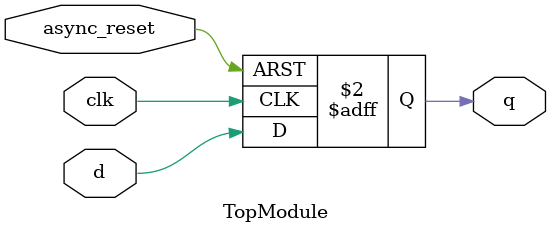
<source format=sv>
module TopModule (
    input  logic clk,           // Clock signal, positive edge-triggered
    input  logic async_reset,   // Asynchronous reset, active high
    input  logic d,             // Data input
    output logic q              // D flip-flop output
);

always @(posedge clk or posedge async_reset) begin
    if (async_reset) begin
        q <= 1'b0;  // Reset state
    end else begin
        q <= d;     // Capture data input
    end
end

endmodule
</source>
